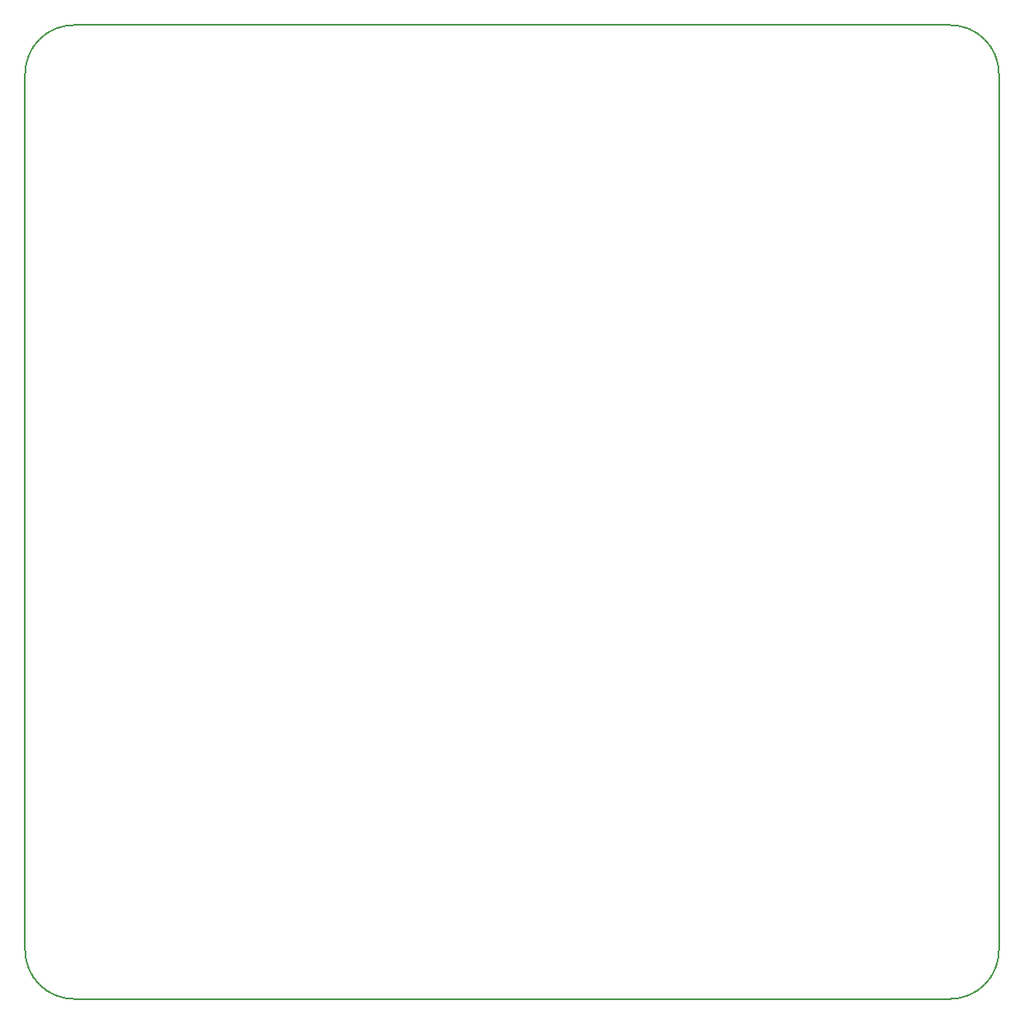
<source format=gbr>
G04 #@! TF.GenerationSoftware,KiCad,Pcbnew,5.1.7-a382d34a8~87~ubuntu20.04.1*
G04 #@! TF.CreationDate,2020-11-27T04:13:02-03:00*
G04 #@! TF.ProjectId,robot uve,726f626f-7420-4757-9665-2e6b69636164,rev?*
G04 #@! TF.SameCoordinates,Original*
G04 #@! TF.FileFunction,Profile,NP*
%FSLAX46Y46*%
G04 Gerber Fmt 4.6, Leading zero omitted, Abs format (unit mm)*
G04 Created by KiCad (PCBNEW 5.1.7-a382d34a8~87~ubuntu20.04.1) date 2020-11-27 04:13:02*
%MOMM*%
%LPD*%
G01*
G04 APERTURE LIST*
G04 #@! TA.AperFunction,Profile*
%ADD10C,0.150000*%
G04 #@! TD*
G04 APERTURE END LIST*
D10*
X110000000Y-150000000D02*
X200000000Y-150000000D01*
X105000000Y-55000000D02*
X105000000Y-145000000D01*
X205000000Y-145000000D02*
X205000000Y-55000000D01*
X200000000Y-50000000D02*
X110000000Y-50000000D01*
X200000000Y-50000000D02*
G75*
G02*
X205000000Y-55000000I0J-5000000D01*
G01*
X105000000Y-55000000D02*
G75*
G02*
X110000000Y-50000000I5000000J0D01*
G01*
X110000000Y-150000000D02*
G75*
G02*
X105000000Y-145000000I0J5000000D01*
G01*
X205000000Y-145000000D02*
G75*
G02*
X200000000Y-150000000I-5000000J0D01*
G01*
M02*

</source>
